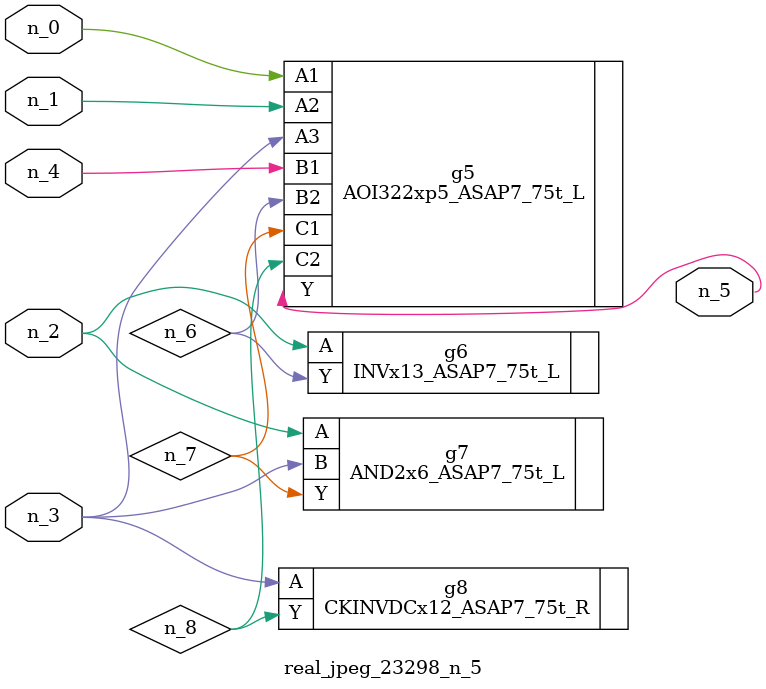
<source format=v>
module real_jpeg_23298_n_5 (n_4, n_0, n_1, n_2, n_3, n_5);

input n_4;
input n_0;
input n_1;
input n_2;
input n_3;

output n_5;

wire n_8;
wire n_6;
wire n_7;

AOI322xp5_ASAP7_75t_L g5 ( 
.A1(n_0),
.A2(n_1),
.A3(n_3),
.B1(n_4),
.B2(n_6),
.C1(n_7),
.C2(n_8),
.Y(n_5)
);

INVx13_ASAP7_75t_L g6 ( 
.A(n_2),
.Y(n_6)
);

AND2x6_ASAP7_75t_L g7 ( 
.A(n_2),
.B(n_3),
.Y(n_7)
);

CKINVDCx12_ASAP7_75t_R g8 ( 
.A(n_3),
.Y(n_8)
);


endmodule
</source>
